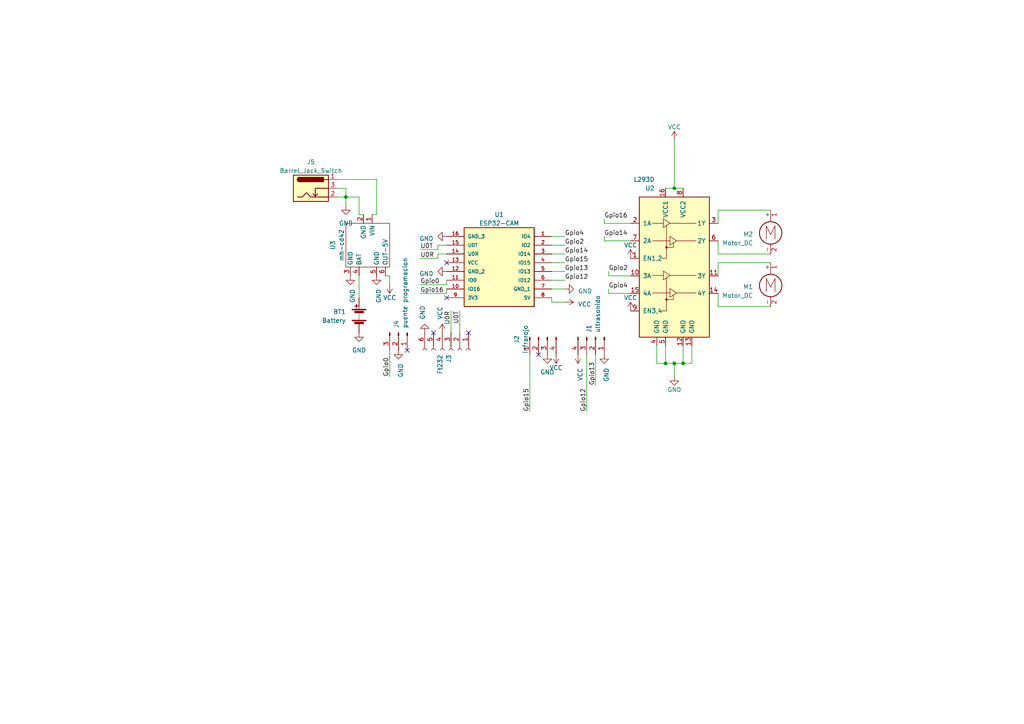
<source format=kicad_sch>
(kicad_sch (version 20230121) (generator eeschema)

  (uuid 224c6727-29f8-4586-ad0c-64fb3ce01c13)

  (paper "A4")

  (lib_symbols
    (symbol "Connector:Barrel_Jack_Switch" (pin_names hide) (in_bom yes) (on_board yes)
      (property "Reference" "J5" (at 0 7.62 0)
        (effects (font (size 1.27 1.27)))
      )
      (property "Value" "Barrel_Jack_Switch" (at 0 5.08 0)
        (effects (font (size 1.27 1.27)))
      )
      (property "Footprint" "" (at 1.27 -1.016 0)
        (effects (font (size 1.27 1.27)) hide)
      )
      (property "Datasheet" "~" (at 1.27 -1.016 0)
        (effects (font (size 1.27 1.27)) hide)
      )
      (property "ki_keywords" "DC power barrel jack connector" (at 0 0 0)
        (effects (font (size 1.27 1.27)) hide)
      )
      (property "ki_description" "DC Barrel Jack with an internal switch" (at 0 0 0)
        (effects (font (size 1.27 1.27)) hide)
      )
      (property "ki_fp_filters" "BarrelJack*" (at 0 0 0)
        (effects (font (size 1.27 1.27)) hide)
      )
      (symbol "Barrel_Jack_Switch_0_1"
        (rectangle (start -5.08 3.81) (end 5.08 -3.81)
          (stroke (width 0.254) (type default))
          (fill (type background))
        )
        (arc (start -3.302 3.175) (mid -3.9343 2.54) (end -3.302 1.905)
          (stroke (width 0.254) (type default))
          (fill (type none))
        )
        (arc (start -3.302 3.175) (mid -3.9343 2.54) (end -3.302 1.905)
          (stroke (width 0.254) (type default))
          (fill (type outline))
        )
        (polyline
          (pts
            (xy 1.27 -2.286)
            (xy 1.905 -1.651)
          )
          (stroke (width 0.254) (type default))
          (fill (type none))
        )
        (polyline
          (pts
            (xy 5.08 2.54)
            (xy 3.81 2.54)
          )
          (stroke (width 0.254) (type default))
          (fill (type none))
        )
        (polyline
          (pts
            (xy 5.08 0)
            (xy 1.27 0)
            (xy 1.27 -2.286)
            (xy 0.635 -1.651)
          )
          (stroke (width 0.254) (type default))
          (fill (type none))
        )
        (polyline
          (pts
            (xy -3.81 -2.54)
            (xy -2.54 -2.54)
            (xy -1.27 -1.27)
            (xy 0 -2.54)
            (xy 2.54 -2.54)
            (xy 5.08 -2.54)
          )
          (stroke (width 0.254) (type default))
          (fill (type none))
        )
        (rectangle (start 3.683 3.175) (end -3.302 1.905)
          (stroke (width 0.254) (type default))
          (fill (type outline))
        )
      )
      (symbol "Barrel_Jack_Switch_1_1"
        (pin power_out line (at 7.62 2.54 180) (length 2.54)
          (name "~" (effects (font (size 1.27 1.27))))
          (number "1" (effects (font (size 1.27 1.27))))
        )
        (pin power_in line (at 7.62 -2.54 180) (length 2.54)
          (name "~" (effects (font (size 1.27 1.27))))
          (number "2" (effects (font (size 1.27 1.27))))
        )
        (pin passive line (at 7.62 0 180) (length 2.54)
          (name "~" (effects (font (size 1.27 1.27))))
          (number "3" (effects (font (size 1.27 1.27))))
        )
      )
    )
    (symbol "Connector:Conn_01x03_Pin" (pin_names (offset 1.016) hide) (in_bom yes) (on_board yes)
      (property "Reference" "J" (at 0 5.08 0)
        (effects (font (size 1.27 1.27)))
      )
      (property "Value" "Conn_01x03_Pin" (at 0 -5.08 0)
        (effects (font (size 1.27 1.27)))
      )
      (property "Footprint" "" (at 0 0 0)
        (effects (font (size 1.27 1.27)) hide)
      )
      (property "Datasheet" "~" (at 0 0 0)
        (effects (font (size 1.27 1.27)) hide)
      )
      (property "ki_locked" "" (at 0 0 0)
        (effects (font (size 1.27 1.27)))
      )
      (property "ki_keywords" "connector" (at 0 0 0)
        (effects (font (size 1.27 1.27)) hide)
      )
      (property "ki_description" "Generic connector, single row, 01x03, script generated" (at 0 0 0)
        (effects (font (size 1.27 1.27)) hide)
      )
      (property "ki_fp_filters" "Connector*:*_1x??_*" (at 0 0 0)
        (effects (font (size 1.27 1.27)) hide)
      )
      (symbol "Conn_01x03_Pin_1_1"
        (polyline
          (pts
            (xy 1.27 -2.54)
            (xy 0.8636 -2.54)
          )
          (stroke (width 0.1524) (type default))
          (fill (type none))
        )
        (polyline
          (pts
            (xy 1.27 0)
            (xy 0.8636 0)
          )
          (stroke (width 0.1524) (type default))
          (fill (type none))
        )
        (polyline
          (pts
            (xy 1.27 2.54)
            (xy 0.8636 2.54)
          )
          (stroke (width 0.1524) (type default))
          (fill (type none))
        )
        (rectangle (start 0.8636 -2.413) (end 0 -2.667)
          (stroke (width 0.1524) (type default))
          (fill (type outline))
        )
        (rectangle (start 0.8636 0.127) (end 0 -0.127)
          (stroke (width 0.1524) (type default))
          (fill (type outline))
        )
        (rectangle (start 0.8636 2.667) (end 0 2.413)
          (stroke (width 0.1524) (type default))
          (fill (type outline))
        )
        (pin passive line (at 5.08 2.54 180) (length 3.81)
          (name "Pin_1" (effects (font (size 1.27 1.27))))
          (number "1" (effects (font (size 1.27 1.27))))
        )
        (pin passive line (at 5.08 0 180) (length 3.81)
          (name "Pin_2" (effects (font (size 1.27 1.27))))
          (number "2" (effects (font (size 1.27 1.27))))
        )
        (pin passive line (at 5.08 -2.54 180) (length 3.81)
          (name "Pin_3" (effects (font (size 1.27 1.27))))
          (number "3" (effects (font (size 1.27 1.27))))
        )
      )
    )
    (symbol "Connector:Conn_01x04_Pin" (pin_names (offset 1.016) hide) (in_bom yes) (on_board yes)
      (property "Reference" "J" (at 0 5.08 0)
        (effects (font (size 1.27 1.27)))
      )
      (property "Value" "Conn_01x04_Pin" (at 0 -7.62 0)
        (effects (font (size 1.27 1.27)))
      )
      (property "Footprint" "" (at 0 0 0)
        (effects (font (size 1.27 1.27)) hide)
      )
      (property "Datasheet" "~" (at 0 0 0)
        (effects (font (size 1.27 1.27)) hide)
      )
      (property "ki_locked" "" (at 0 0 0)
        (effects (font (size 1.27 1.27)))
      )
      (property "ki_keywords" "connector" (at 0 0 0)
        (effects (font (size 1.27 1.27)) hide)
      )
      (property "ki_description" "Generic connector, single row, 01x04, script generated" (at 0 0 0)
        (effects (font (size 1.27 1.27)) hide)
      )
      (property "ki_fp_filters" "Connector*:*_1x??_*" (at 0 0 0)
        (effects (font (size 1.27 1.27)) hide)
      )
      (symbol "Conn_01x04_Pin_1_1"
        (polyline
          (pts
            (xy 1.27 -5.08)
            (xy 0.8636 -5.08)
          )
          (stroke (width 0.1524) (type default))
          (fill (type none))
        )
        (polyline
          (pts
            (xy 1.27 -2.54)
            (xy 0.8636 -2.54)
          )
          (stroke (width 0.1524) (type default))
          (fill (type none))
        )
        (polyline
          (pts
            (xy 1.27 0)
            (xy 0.8636 0)
          )
          (stroke (width 0.1524) (type default))
          (fill (type none))
        )
        (polyline
          (pts
            (xy 1.27 2.54)
            (xy 0.8636 2.54)
          )
          (stroke (width 0.1524) (type default))
          (fill (type none))
        )
        (rectangle (start 0.8636 -4.953) (end 0 -5.207)
          (stroke (width 0.1524) (type default))
          (fill (type outline))
        )
        (rectangle (start 0.8636 -2.413) (end 0 -2.667)
          (stroke (width 0.1524) (type default))
          (fill (type outline))
        )
        (rectangle (start 0.8636 0.127) (end 0 -0.127)
          (stroke (width 0.1524) (type default))
          (fill (type outline))
        )
        (rectangle (start 0.8636 2.667) (end 0 2.413)
          (stroke (width 0.1524) (type default))
          (fill (type outline))
        )
        (pin passive line (at 5.08 2.54 180) (length 3.81)
          (name "Pin_1" (effects (font (size 1.27 1.27))))
          (number "1" (effects (font (size 1.27 1.27))))
        )
        (pin passive line (at 5.08 0 180) (length 3.81)
          (name "Pin_2" (effects (font (size 1.27 1.27))))
          (number "2" (effects (font (size 1.27 1.27))))
        )
        (pin passive line (at 5.08 -2.54 180) (length 3.81)
          (name "Pin_3" (effects (font (size 1.27 1.27))))
          (number "3" (effects (font (size 1.27 1.27))))
        )
        (pin passive line (at 5.08 -5.08 180) (length 3.81)
          (name "Pin_4" (effects (font (size 1.27 1.27))))
          (number "4" (effects (font (size 1.27 1.27))))
        )
      )
    )
    (symbol "Connector:Conn_01x06_Socket" (pin_names (offset 1.016) hide) (in_bom yes) (on_board yes)
      (property "Reference" "J" (at 0 7.62 0)
        (effects (font (size 1.27 1.27)))
      )
      (property "Value" "Conn_01x06_Socket" (at 0 -10.16 0)
        (effects (font (size 1.27 1.27)))
      )
      (property "Footprint" "" (at 0 0 0)
        (effects (font (size 1.27 1.27)) hide)
      )
      (property "Datasheet" "~" (at 0 0 0)
        (effects (font (size 1.27 1.27)) hide)
      )
      (property "ki_locked" "" (at 0 0 0)
        (effects (font (size 1.27 1.27)))
      )
      (property "ki_keywords" "connector" (at 0 0 0)
        (effects (font (size 1.27 1.27)) hide)
      )
      (property "ki_description" "Generic connector, single row, 01x06, script generated" (at 0 0 0)
        (effects (font (size 1.27 1.27)) hide)
      )
      (property "ki_fp_filters" "Connector*:*_1x??_*" (at 0 0 0)
        (effects (font (size 1.27 1.27)) hide)
      )
      (symbol "Conn_01x06_Socket_1_1"
        (arc (start 0 -7.112) (mid -0.5058 -7.62) (end 0 -8.128)
          (stroke (width 0.1524) (type default))
          (fill (type none))
        )
        (arc (start 0 -4.572) (mid -0.5058 -5.08) (end 0 -5.588)
          (stroke (width 0.1524) (type default))
          (fill (type none))
        )
        (arc (start 0 -2.032) (mid -0.5058 -2.54) (end 0 -3.048)
          (stroke (width 0.1524) (type default))
          (fill (type none))
        )
        (polyline
          (pts
            (xy -1.27 -7.62)
            (xy -0.508 -7.62)
          )
          (stroke (width 0.1524) (type default))
          (fill (type none))
        )
        (polyline
          (pts
            (xy -1.27 -5.08)
            (xy -0.508 -5.08)
          )
          (stroke (width 0.1524) (type default))
          (fill (type none))
        )
        (polyline
          (pts
            (xy -1.27 -2.54)
            (xy -0.508 -2.54)
          )
          (stroke (width 0.1524) (type default))
          (fill (type none))
        )
        (polyline
          (pts
            (xy -1.27 0)
            (xy -0.508 0)
          )
          (stroke (width 0.1524) (type default))
          (fill (type none))
        )
        (polyline
          (pts
            (xy -1.27 2.54)
            (xy -0.508 2.54)
          )
          (stroke (width 0.1524) (type default))
          (fill (type none))
        )
        (polyline
          (pts
            (xy -1.27 5.08)
            (xy -0.508 5.08)
          )
          (stroke (width 0.1524) (type default))
          (fill (type none))
        )
        (arc (start 0 0.508) (mid -0.5058 0) (end 0 -0.508)
          (stroke (width 0.1524) (type default))
          (fill (type none))
        )
        (arc (start 0 3.048) (mid -0.5058 2.54) (end 0 2.032)
          (stroke (width 0.1524) (type default))
          (fill (type none))
        )
        (arc (start 0 5.588) (mid -0.5058 5.08) (end 0 4.572)
          (stroke (width 0.1524) (type default))
          (fill (type none))
        )
        (pin passive line (at -5.08 5.08 0) (length 3.81)
          (name "Pin_1" (effects (font (size 1.27 1.27))))
          (number "1" (effects (font (size 1.27 1.27))))
        )
        (pin passive line (at -5.08 2.54 0) (length 3.81)
          (name "Pin_2" (effects (font (size 1.27 1.27))))
          (number "2" (effects (font (size 1.27 1.27))))
        )
        (pin passive line (at -5.08 0 0) (length 3.81)
          (name "Pin_3" (effects (font (size 1.27 1.27))))
          (number "3" (effects (font (size 1.27 1.27))))
        )
        (pin passive line (at -5.08 -2.54 0) (length 3.81)
          (name "Pin_4" (effects (font (size 1.27 1.27))))
          (number "4" (effects (font (size 1.27 1.27))))
        )
        (pin passive line (at -5.08 -5.08 0) (length 3.81)
          (name "Pin_5" (effects (font (size 1.27 1.27))))
          (number "5" (effects (font (size 1.27 1.27))))
        )
        (pin passive line (at -5.08 -7.62 0) (length 3.81)
          (name "Pin_6" (effects (font (size 1.27 1.27))))
          (number "6" (effects (font (size 1.27 1.27))))
        )
      )
    )
    (symbol "Device:Battery" (pin_numbers hide) (pin_names (offset 0) hide) (in_bom yes) (on_board yes)
      (property "Reference" "BT" (at 2.54 2.54 0)
        (effects (font (size 1.27 1.27)) (justify left))
      )
      (property "Value" "Battery" (at 2.54 0 0)
        (effects (font (size 1.27 1.27)) (justify left))
      )
      (property "Footprint" "" (at 0 1.524 90)
        (effects (font (size 1.27 1.27)) hide)
      )
      (property "Datasheet" "~" (at 0 1.524 90)
        (effects (font (size 1.27 1.27)) hide)
      )
      (property "ki_keywords" "batt voltage-source cell" (at 0 0 0)
        (effects (font (size 1.27 1.27)) hide)
      )
      (property "ki_description" "Multiple-cell battery" (at 0 0 0)
        (effects (font (size 1.27 1.27)) hide)
      )
      (symbol "Battery_0_1"
        (rectangle (start -2.032 -1.397) (end 2.032 -1.651)
          (stroke (width 0) (type default))
          (fill (type outline))
        )
        (rectangle (start -2.032 1.778) (end 2.032 1.524)
          (stroke (width 0) (type default))
          (fill (type outline))
        )
        (rectangle (start -1.3208 -1.9812) (end 1.27 -2.4892)
          (stroke (width 0) (type default))
          (fill (type outline))
        )
        (rectangle (start -1.3208 1.1938) (end 1.27 0.6858)
          (stroke (width 0) (type default))
          (fill (type outline))
        )
        (polyline
          (pts
            (xy 0 -1.524)
            (xy 0 -1.27)
          )
          (stroke (width 0) (type default))
          (fill (type none))
        )
        (polyline
          (pts
            (xy 0 -1.016)
            (xy 0 -0.762)
          )
          (stroke (width 0) (type default))
          (fill (type none))
        )
        (polyline
          (pts
            (xy 0 -0.508)
            (xy 0 -0.254)
          )
          (stroke (width 0) (type default))
          (fill (type none))
        )
        (polyline
          (pts
            (xy 0 0)
            (xy 0 0.254)
          )
          (stroke (width 0) (type default))
          (fill (type none))
        )
        (polyline
          (pts
            (xy 0 0.508)
            (xy 0 0.762)
          )
          (stroke (width 0) (type default))
          (fill (type none))
        )
        (polyline
          (pts
            (xy 0 1.778)
            (xy 0 2.54)
          )
          (stroke (width 0) (type default))
          (fill (type none))
        )
        (polyline
          (pts
            (xy 0.254 2.667)
            (xy 1.27 2.667)
          )
          (stroke (width 0.254) (type default))
          (fill (type none))
        )
        (polyline
          (pts
            (xy 0.762 3.175)
            (xy 0.762 2.159)
          )
          (stroke (width 0.254) (type default))
          (fill (type none))
        )
      )
      (symbol "Battery_1_1"
        (pin passive line (at 0 5.08 270) (length 2.54)
          (name "+" (effects (font (size 1.27 1.27))))
          (number "1" (effects (font (size 1.27 1.27))))
        )
        (pin passive line (at 0 -5.08 90) (length 2.54)
          (name "-" (effects (font (size 1.27 1.27))))
          (number "2" (effects (font (size 1.27 1.27))))
        )
      )
    )
    (symbol "Driver_Motor:L293D" (pin_names (offset 1.016)) (in_bom yes) (on_board yes)
      (property "Reference" "U" (at -5.08 26.035 0)
        (effects (font (size 1.27 1.27)) (justify right))
      )
      (property "Value" "L293D" (at -5.08 24.13 0)
        (effects (font (size 1.27 1.27)) (justify right))
      )
      (property "Footprint" "Package_DIP:DIP-16_W7.62mm" (at 6.35 -19.05 0)
        (effects (font (size 1.27 1.27)) (justify left) hide)
      )
      (property "Datasheet" "http://www.ti.com/lit/ds/symlink/l293.pdf" (at -7.62 17.78 0)
        (effects (font (size 1.27 1.27)) hide)
      )
      (property "ki_keywords" "Half-H Driver Motor" (at 0 0 0)
        (effects (font (size 1.27 1.27)) hide)
      )
      (property "ki_description" "Quadruple Half-H Drivers" (at 0 0 0)
        (effects (font (size 1.27 1.27)) hide)
      )
      (property "ki_fp_filters" "DIP*W7.62mm*" (at 0 0 0)
        (effects (font (size 1.27 1.27)) hide)
      )
      (symbol "L293D_0_1"
        (rectangle (start -10.16 22.86) (end 10.16 -17.78)
          (stroke (width 0.254) (type default))
          (fill (type background))
        )
        (circle (center -2.286 -6.858) (radius 0.254)
          (stroke (width 0) (type default))
          (fill (type outline))
        )
        (circle (center -2.286 8.255) (radius 0.254)
          (stroke (width 0) (type default))
          (fill (type outline))
        )
        (polyline
          (pts
            (xy -6.35 -4.953)
            (xy -1.27 -4.953)
          )
          (stroke (width 0) (type default))
          (fill (type none))
        )
        (polyline
          (pts
            (xy -6.35 0.127)
            (xy -3.175 0.127)
          )
          (stroke (width 0) (type default))
          (fill (type none))
        )
        (polyline
          (pts
            (xy -6.35 10.16)
            (xy -1.27 10.16)
          )
          (stroke (width 0) (type default))
          (fill (type none))
        )
        (polyline
          (pts
            (xy -6.35 15.24)
            (xy -3.175 15.24)
          )
          (stroke (width 0) (type default))
          (fill (type none))
        )
        (polyline
          (pts
            (xy -1.27 0.127)
            (xy 6.35 0.127)
          )
          (stroke (width 0) (type default))
          (fill (type none))
        )
        (polyline
          (pts
            (xy -1.27 15.24)
            (xy 6.35 15.24)
          )
          (stroke (width 0) (type default))
          (fill (type none))
        )
        (polyline
          (pts
            (xy 0.635 -4.953)
            (xy 6.35 -4.953)
          )
          (stroke (width 0) (type default))
          (fill (type none))
        )
        (polyline
          (pts
            (xy 0.635 10.16)
            (xy 6.35 10.16)
          )
          (stroke (width 0) (type default))
          (fill (type none))
        )
        (polyline
          (pts
            (xy -2.286 -6.858)
            (xy -0.254 -6.858)
            (xy -0.254 -5.588)
          )
          (stroke (width 0) (type default))
          (fill (type none))
        )
        (polyline
          (pts
            (xy -2.286 -0.635)
            (xy -2.286 -10.16)
            (xy -3.556 -10.16)
          )
          (stroke (width 0) (type default))
          (fill (type none))
        )
        (polyline
          (pts
            (xy -2.286 8.255)
            (xy -0.254 8.255)
            (xy -0.254 9.525)
          )
          (stroke (width 0) (type default))
          (fill (type none))
        )
        (polyline
          (pts
            (xy -2.286 14.478)
            (xy -2.286 5.08)
            (xy -3.556 5.08)
          )
          (stroke (width 0) (type default))
          (fill (type none))
        )
        (polyline
          (pts
            (xy -3.175 1.397)
            (xy -3.175 -1.143)
            (xy -1.27 0.127)
            (xy -3.175 1.397)
          )
          (stroke (width 0) (type default))
          (fill (type none))
        )
        (polyline
          (pts
            (xy -3.175 16.51)
            (xy -3.175 13.97)
            (xy -1.27 15.24)
            (xy -3.175 16.51)
          )
          (stroke (width 0) (type default))
          (fill (type none))
        )
        (polyline
          (pts
            (xy -1.27 -3.683)
            (xy -1.27 -6.223)
            (xy 0.635 -4.953)
            (xy -1.27 -3.683)
          )
          (stroke (width 0) (type default))
          (fill (type none))
        )
        (polyline
          (pts
            (xy -1.27 11.43)
            (xy -1.27 8.89)
            (xy 0.635 10.16)
            (xy -1.27 11.43)
          )
          (stroke (width 0) (type default))
          (fill (type none))
        )
      )
      (symbol "L293D_1_1"
        (pin input line (at -12.7 5.08 0) (length 2.54)
          (name "EN1,2" (effects (font (size 1.27 1.27))))
          (number "1" (effects (font (size 1.27 1.27))))
        )
        (pin input line (at -12.7 0 0) (length 2.54)
          (name "3A" (effects (font (size 1.27 1.27))))
          (number "10" (effects (font (size 1.27 1.27))))
        )
        (pin output line (at 12.7 0 180) (length 2.54)
          (name "3Y" (effects (font (size 1.27 1.27))))
          (number "11" (effects (font (size 1.27 1.27))))
        )
        (pin power_in line (at 2.54 -20.32 90) (length 2.54)
          (name "GND" (effects (font (size 1.27 1.27))))
          (number "12" (effects (font (size 1.27 1.27))))
        )
        (pin power_in line (at 5.08 -20.32 90) (length 2.54)
          (name "GND" (effects (font (size 1.27 1.27))))
          (number "13" (effects (font (size 1.27 1.27))))
        )
        (pin output line (at 12.7 -5.08 180) (length 2.54)
          (name "4Y" (effects (font (size 1.27 1.27))))
          (number "14" (effects (font (size 1.27 1.27))))
        )
        (pin input line (at -12.7 -5.08 0) (length 2.54)
          (name "4A" (effects (font (size 1.27 1.27))))
          (number "15" (effects (font (size 1.27 1.27))))
        )
        (pin power_in line (at -2.54 25.4 270) (length 2.54)
          (name "VCC1" (effects (font (size 1.27 1.27))))
          (number "16" (effects (font (size 1.27 1.27))))
        )
        (pin input line (at -12.7 15.24 0) (length 2.54)
          (name "1A" (effects (font (size 1.27 1.27))))
          (number "2" (effects (font (size 1.27 1.27))))
        )
        (pin output line (at 12.7 15.24 180) (length 2.54)
          (name "1Y" (effects (font (size 1.27 1.27))))
          (number "3" (effects (font (size 1.27 1.27))))
        )
        (pin power_in line (at -5.08 -20.32 90) (length 2.54)
          (name "GND" (effects (font (size 1.27 1.27))))
          (number "4" (effects (font (size 1.27 1.27))))
        )
        (pin power_in line (at -2.54 -20.32 90) (length 2.54)
          (name "GND" (effects (font (size 1.27 1.27))))
          (number "5" (effects (font (size 1.27 1.27))))
        )
        (pin output line (at 12.7 10.16 180) (length 2.54)
          (name "2Y" (effects (font (size 1.27 1.27))))
          (number "6" (effects (font (size 1.27 1.27))))
        )
        (pin input line (at -12.7 10.16 0) (length 2.54)
          (name "2A" (effects (font (size 1.27 1.27))))
          (number "7" (effects (font (size 1.27 1.27))))
        )
        (pin power_in line (at 2.54 25.4 270) (length 2.54)
          (name "VCC2" (effects (font (size 1.27 1.27))))
          (number "8" (effects (font (size 1.27 1.27))))
        )
        (pin input line (at -12.7 -10.16 0) (length 2.54)
          (name "EN3,4" (effects (font (size 1.27 1.27))))
          (number "9" (effects (font (size 1.27 1.27))))
        )
      )
    )
    (symbol "ESP32-CAM:ESP32-CAM" (pin_names (offset 1.016)) (in_bom yes) (on_board yes)
      (property "Reference" "U1" (at 15.24 -24.13 0)
        (effects (font (size 1.27 1.27)))
      )
      (property "Value" "ESP32-CAM" (at 15.24 -21.59 0)
        (effects (font (size 1.27 1.27)))
      )
      (property "Footprint" "ESP32-CAM" (at 13.97 2.54 0)
        (effects (font (size 1.27 1.27)) (justify left bottom) hide)
      )
      (property "Datasheet" "" (at 0 0 0)
        (effects (font (size 1.27 1.27)) (justify left bottom) hide)
      )
      (property "MP" "ESP32-CAM" (at -5.08 2.54 0)
        (effects (font (size 1.27 1.27)) (justify left bottom) hide)
      )
      (property "Price" "None" (at 0 0 0)
        (effects (font (size 1.27 1.27)) (justify left bottom) hide)
      )
      (property "Availability" "Not in stock" (at 0 11.43 0)
        (effects (font (size 1.27 1.27)) (justify left bottom) hide)
      )
      (property "Package" "None" (at 0 0 0)
        (effects (font (size 1.27 1.27)) (justify left bottom) hide)
      )
      (property "MF" "AI-Thinker" (at 6.35 5.08 0)
        (effects (font (size 1.27 1.27)) (justify left bottom) hide)
      )
      (property "Description" "\\nESP32 ESP32 Transceiver; 802.11 a/b/g/n (Wi-Fi, WiFi, WLAN), Bluetooth® Smart 4.x Low Energy (BLE) Evaluation Board\\n" (at 0 7.62 0)
        (effects (font (size 1.27 1.27)) (justify left bottom) hide)
      )
      (property "ki_locked" "" (at 0 0 0)
        (effects (font (size 1.27 1.27)))
      )
      (symbol "ESP32-CAM_0_0"
        (polyline
          (pts
            (xy 5.08 2.54)
            (xy 5.08 -20.32)
          )
          (stroke (width 0.254) (type solid))
          (fill (type none))
        )
        (rectangle (start 5.08 2.54) (end 25.4 -20.32)
          (stroke (width 0.254) (type solid))
          (fill (type background))
        )
        (pin bidirectional line (at 0 -17.78 0) (length 5.08)
          (name "IO4" (effects (font (size 1.016 1.016))))
          (number "1" (effects (font (size 1.016 1.016))))
        )
        (pin bidirectional line (at 30.48 -2.54 180) (length 5.08)
          (name "IO16" (effects (font (size 1.016 1.016))))
          (number "10" (effects (font (size 1.016 1.016))))
        )
        (pin bidirectional line (at 30.48 -5.08 180) (length 5.08)
          (name "IO0" (effects (font (size 1.016 1.016))))
          (number "11" (effects (font (size 1.016 1.016))))
        )
        (pin bidirectional line (at 30.48 -7.62 180) (length 5.08)
          (name "GND_2" (effects (font (size 1.016 1.016))))
          (number "12" (effects (font (size 1.016 1.016))))
        )
        (pin bidirectional line (at 30.48 -10.16 180) (length 5.08)
          (name "VCC" (effects (font (size 1.016 1.016))))
          (number "13" (effects (font (size 1.016 1.016))))
        )
        (pin bidirectional line (at 30.48 -12.7 180) (length 5.08)
          (name "U0R" (effects (font (size 1.016 1.016))))
          (number "14" (effects (font (size 1.016 1.016))))
        )
        (pin bidirectional line (at 30.48 -15.24 180) (length 5.08)
          (name "U0T" (effects (font (size 1.016 1.016))))
          (number "15" (effects (font (size 1.016 1.016))))
        )
        (pin bidirectional line (at 30.48 -17.78 180) (length 5.08)
          (name "GND_3" (effects (font (size 1.016 1.016))))
          (number "16" (effects (font (size 1.016 1.016))))
        )
        (pin bidirectional line (at 0 -15.24 0) (length 5.08)
          (name "IO2" (effects (font (size 1.016 1.016))))
          (number "2" (effects (font (size 1.016 1.016))))
        )
        (pin bidirectional line (at 0 -12.7 0) (length 5.08)
          (name "IO14" (effects (font (size 1.016 1.016))))
          (number "3" (effects (font (size 1.016 1.016))))
        )
        (pin bidirectional line (at 0 -10.16 0) (length 5.08)
          (name "IO15" (effects (font (size 1.016 1.016))))
          (number "4" (effects (font (size 1.016 1.016))))
        )
        (pin bidirectional line (at 0 -7.62 0) (length 5.08)
          (name "IO13" (effects (font (size 1.016 1.016))))
          (number "5" (effects (font (size 1.016 1.016))))
        )
        (pin bidirectional line (at 0 -5.08 0) (length 5.08)
          (name "IO12" (effects (font (size 1.016 1.016))))
          (number "6" (effects (font (size 1.016 1.016))))
        )
        (pin bidirectional line (at 0 -2.54 0) (length 5.08)
          (name "GND_1" (effects (font (size 1.016 1.016))))
          (number "7" (effects (font (size 1.016 1.016))))
        )
        (pin bidirectional line (at 30.48 0 180) (length 5.08)
          (name "3V3" (effects (font (size 1.016 1.016))))
          (number "9" (effects (font (size 1.016 1.016))))
        )
      )
      (symbol "ESP32-CAM_1_0"
        (pin power_in line (at 0 0 0) (length 5.08)
          (name "5V" (effects (font (size 1.016 1.016))))
          (number "8" (effects (font (size 1.016 1.016))))
        )
      )
    )
    (symbol "Motor:Motor_DC" (pin_names (offset 0)) (in_bom yes) (on_board yes)
      (property "Reference" "M" (at 2.54 2.54 0)
        (effects (font (size 1.27 1.27)) (justify left))
      )
      (property "Value" "Motor_DC" (at 2.54 -5.08 0)
        (effects (font (size 1.27 1.27)) (justify left top))
      )
      (property "Footprint" "" (at 0 -2.286 0)
        (effects (font (size 1.27 1.27)) hide)
      )
      (property "Datasheet" "~" (at 0 -2.286 0)
        (effects (font (size 1.27 1.27)) hide)
      )
      (property "ki_keywords" "DC Motor" (at 0 0 0)
        (effects (font (size 1.27 1.27)) hide)
      )
      (property "ki_description" "DC Motor" (at 0 0 0)
        (effects (font (size 1.27 1.27)) hide)
      )
      (property "ki_fp_filters" "PinHeader*P2.54mm* TerminalBlock*" (at 0 0 0)
        (effects (font (size 1.27 1.27)) hide)
      )
      (symbol "Motor_DC_0_0"
        (polyline
          (pts
            (xy -1.27 -3.302)
            (xy -1.27 0.508)
            (xy 0 -2.032)
            (xy 1.27 0.508)
            (xy 1.27 -3.302)
          )
          (stroke (width 0) (type default))
          (fill (type none))
        )
      )
      (symbol "Motor_DC_0_1"
        (circle (center 0 -1.524) (radius 3.2512)
          (stroke (width 0.254) (type default))
          (fill (type none))
        )
        (polyline
          (pts
            (xy 0 -7.62)
            (xy 0 -7.112)
          )
          (stroke (width 0) (type default))
          (fill (type none))
        )
        (polyline
          (pts
            (xy 0 -4.7752)
            (xy 0 -5.1816)
          )
          (stroke (width 0) (type default))
          (fill (type none))
        )
        (polyline
          (pts
            (xy 0 1.7272)
            (xy 0 2.0828)
          )
          (stroke (width 0) (type default))
          (fill (type none))
        )
        (polyline
          (pts
            (xy 0 2.032)
            (xy 0 2.54)
          )
          (stroke (width 0) (type default))
          (fill (type none))
        )
      )
      (symbol "Motor_DC_1_1"
        (pin passive line (at 0 5.08 270) (length 2.54)
          (name "+" (effects (font (size 1.27 1.27))))
          (number "1" (effects (font (size 1.27 1.27))))
        )
        (pin passive line (at 0 -7.62 90) (length 2.54)
          (name "-" (effects (font (size 1.27 1.27))))
          (number "2" (effects (font (size 1.27 1.27))))
        )
      )
    )
    (symbol "cd42:mh-cd42" (in_bom yes) (on_board yes)
      (property "Reference" "U" (at 0 7.62 0)
        (effects (font (size 1.27 1.27)))
      )
      (property "Value" "mh-cd42" (at 0 -7.62 0)
        (effects (font (size 1.27 1.27)))
      )
      (property "Footprint" "" (at -1.27 5.08 0)
        (effects (font (size 1.27 1.27)) hide)
      )
      (property "Datasheet" "" (at -1.27 5.08 0)
        (effects (font (size 1.27 1.27)) hide)
      )
      (symbol "mh-cd42_0_1"
        (rectangle (start -6.35 6.35) (end 6.35 -6.35)
          (stroke (width 0) (type default))
          (fill (type none))
        )
      )
      (symbol "mh-cd42_1_1"
        (pin power_in line (at -8.89 1.27 0) (length 2.54)
          (name "VIN" (effects (font (size 1.27 1.27))))
          (number "1" (effects (font (size 1.27 1.27))))
        )
        (pin passive line (at -8.89 -1.27 0) (length 2.54)
          (name "GND" (effects (font (size 1.27 1.27))))
          (number "2" (effects (font (size 1.27 1.27))))
        )
        (pin passive line (at 8.89 -5.08 180) (length 2.54)
          (name "GND" (effects (font (size 1.27 1.27))))
          (number "3" (effects (font (size 1.27 1.27))))
        )
        (pin passive line (at 8.89 -2.54 180) (length 2.54)
          (name "BAT" (effects (font (size 1.27 1.27))))
          (number "4" (effects (font (size 1.27 1.27))))
        )
        (pin passive line (at 8.89 2.54 180) (length 2.54)
          (name "GND" (effects (font (size 1.27 1.27))))
          (number "5" (effects (font (size 1.27 1.27))))
        )
        (pin power_out line (at 8.89 5.08 180) (length 2.54)
          (name "OUT-5V" (effects (font (size 1.27 1.27))))
          (number "6" (effects (font (size 1.27 1.27))))
        )
      )
    )
    (symbol "power:GND" (power) (pin_names (offset 0)) (in_bom yes) (on_board yes)
      (property "Reference" "#PWR" (at 0 -6.35 0)
        (effects (font (size 1.27 1.27)) hide)
      )
      (property "Value" "GND" (at 0 -3.81 0)
        (effects (font (size 1.27 1.27)))
      )
      (property "Footprint" "" (at 0 0 0)
        (effects (font (size 1.27 1.27)) hide)
      )
      (property "Datasheet" "" (at 0 0 0)
        (effects (font (size 1.27 1.27)) hide)
      )
      (property "ki_keywords" "global power" (at 0 0 0)
        (effects (font (size 1.27 1.27)) hide)
      )
      (property "ki_description" "Power symbol creates a global label with name \"GND\" , ground" (at 0 0 0)
        (effects (font (size 1.27 1.27)) hide)
      )
      (symbol "GND_0_1"
        (polyline
          (pts
            (xy 0 0)
            (xy 0 -1.27)
            (xy 1.27 -1.27)
            (xy 0 -2.54)
            (xy -1.27 -1.27)
            (xy 0 -1.27)
          )
          (stroke (width 0) (type default))
          (fill (type none))
        )
      )
      (symbol "GND_1_1"
        (pin power_in line (at 0 0 270) (length 0) hide
          (name "GND" (effects (font (size 1.27 1.27))))
          (number "1" (effects (font (size 1.27 1.27))))
        )
      )
    )
    (symbol "power:VCC" (power) (pin_names (offset 0)) (in_bom yes) (on_board yes)
      (property "Reference" "#PWR" (at 0 -3.81 0)
        (effects (font (size 1.27 1.27)) hide)
      )
      (property "Value" "VCC" (at 0 3.81 0)
        (effects (font (size 1.27 1.27)))
      )
      (property "Footprint" "" (at 0 0 0)
        (effects (font (size 1.27 1.27)) hide)
      )
      (property "Datasheet" "" (at 0 0 0)
        (effects (font (size 1.27 1.27)) hide)
      )
      (property "ki_keywords" "global power" (at 0 0 0)
        (effects (font (size 1.27 1.27)) hide)
      )
      (property "ki_description" "Power symbol creates a global label with name \"VCC\"" (at 0 0 0)
        (effects (font (size 1.27 1.27)) hide)
      )
      (symbol "VCC_0_1"
        (polyline
          (pts
            (xy -0.762 1.27)
            (xy 0 2.54)
          )
          (stroke (width 0) (type default))
          (fill (type none))
        )
        (polyline
          (pts
            (xy 0 0)
            (xy 0 2.54)
          )
          (stroke (width 0) (type default))
          (fill (type none))
        )
        (polyline
          (pts
            (xy 0 2.54)
            (xy 0.762 1.27)
          )
          (stroke (width 0) (type default))
          (fill (type none))
        )
      )
      (symbol "VCC_1_1"
        (pin power_in line (at 0 0 90) (length 0) hide
          (name "VCC" (effects (font (size 1.27 1.27))))
          (number "1" (effects (font (size 1.27 1.27))))
        )
      )
    )
  )


  (junction (at 100.33 57.15) (diameter 0) (color 0 0 0 0)
    (uuid 2833089f-9560-43d4-9f33-ca32d43e6410)
  )
  (junction (at 198.12 105.41) (diameter 0) (color 0 0 0 0)
    (uuid 44bd657e-541a-408b-b6a2-41d2497ed68e)
  )
  (junction (at 195.58 54.61) (diameter 0) (color 0 0 0 0)
    (uuid 478850a2-fd8e-49ab-bc5e-04cc9687aa03)
  )
  (junction (at 195.58 105.41) (diameter 0) (color 0 0 0 0)
    (uuid b8826ea6-cbd8-4f3e-bcfa-95818031d9fe)
  )
  (junction (at 193.04 105.41) (diameter 0) (color 0 0 0 0)
    (uuid bf8469fa-704a-41cf-8472-9238f7c8cbc5)
  )

  (no_connect (at 129.54 76.2) (uuid 09ebb999-3a8f-467d-9a2e-1806f694533d))
  (no_connect (at 156.21 102.87) (uuid 0cad3d07-217e-4ae5-90bb-228656671583))
  (no_connect (at 118.11 101.6) (uuid 3d1f8336-9a0c-4c84-b654-45d70f4d497b))
  (no_connect (at 129.54 86.36) (uuid c468b68c-73fd-40db-b3b2-180685dee514))
  (no_connect (at 125.73 96.52) (uuid c87f1ef1-b9c1-4c6c-8e97-1623932db785))
  (no_connect (at 135.89 96.52) (uuid ea7e6c12-e787-44a5-bb6e-e07e7f6d071a))

  (wire (pts (xy 130.81 90.17) (xy 130.81 96.52))
    (stroke (width 0) (type default))
    (uuid 04ef66ab-eff2-41d5-a7cb-06ca28862c0f)
  )
  (wire (pts (xy 208.28 73.66) (xy 208.28 69.85))
    (stroke (width 0) (type default))
    (uuid 056d3bcc-f8e2-4996-9ce0-d83175ba7d79)
  )
  (wire (pts (xy 193.04 100.33) (xy 193.04 105.41))
    (stroke (width 0) (type default))
    (uuid 0633e447-762d-47ef-94e8-2ccd642ff4ef)
  )
  (wire (pts (xy 176.53 80.01) (xy 182.88 80.01))
    (stroke (width 0) (type default))
    (uuid 19c3b578-fe6f-4900-8ecf-1a1793cd7f7f)
  )
  (wire (pts (xy 160.02 76.2) (xy 163.83 76.2))
    (stroke (width 0) (type default))
    (uuid 1c6b7baa-51ea-466f-ba78-0d537464d0dd)
  )
  (wire (pts (xy 200.66 105.41) (xy 200.66 100.33))
    (stroke (width 0) (type default))
    (uuid 1d132e95-2225-429d-94bb-acb464e715b5)
  )
  (wire (pts (xy 190.5 105.41) (xy 193.04 105.41))
    (stroke (width 0) (type default))
    (uuid 1d159b85-26c0-4b83-a904-facac6ad225d)
  )
  (wire (pts (xy 113.03 80.01) (xy 111.76 80.01))
    (stroke (width 0) (type default))
    (uuid 1e53da3f-258a-4480-b380-49b18fb23407)
  )
  (wire (pts (xy 223.52 88.9) (xy 208.28 88.9))
    (stroke (width 0) (type default))
    (uuid 1e8b377b-d3ec-48f2-9f75-bfb6372f1029)
  )
  (wire (pts (xy 104.14 86.36) (xy 104.14 80.01))
    (stroke (width 0) (type default))
    (uuid 24345750-631d-4499-b697-6b441b51431b)
  )
  (wire (pts (xy 160.02 83.82) (xy 163.83 83.82))
    (stroke (width 0) (type default))
    (uuid 248f95b3-6f6a-44c6-ae9c-8edc4c9aa667)
  )
  (wire (pts (xy 160.02 86.36) (xy 160.02 87.63))
    (stroke (width 0) (type default))
    (uuid 2f540ff8-5ce8-4def-a85e-48965a554e49)
  )
  (wire (pts (xy 129.54 85.09) (xy 129.54 83.82))
    (stroke (width 0) (type default))
    (uuid 31980328-90eb-483c-ab57-25ee2d8345cc)
  )
  (wire (pts (xy 127 71.12) (xy 129.54 71.12))
    (stroke (width 0) (type default))
    (uuid 37a1a425-3f42-4ca6-a46f-c748d2deb8fa)
  )
  (wire (pts (xy 97.79 54.61) (xy 100.33 54.61))
    (stroke (width 0) (type default))
    (uuid 38275359-1520-4523-8e7d-c6fc0362dcec)
  )
  (wire (pts (xy 109.22 52.07) (xy 109.22 62.23))
    (stroke (width 0) (type default))
    (uuid 3cc9b475-7250-4740-a2a1-85fb2b0bdd4b)
  )
  (wire (pts (xy 198.12 100.33) (xy 198.12 105.41))
    (stroke (width 0) (type default))
    (uuid 40c3838a-c9af-4e98-8e9a-0af1042ed675)
  )
  (wire (pts (xy 170.18 119.38) (xy 170.18 102.87))
    (stroke (width 0) (type default))
    (uuid 40d27c4d-d717-465d-862c-db060c64d46a)
  )
  (wire (pts (xy 129.54 73.66) (xy 127 73.66))
    (stroke (width 0) (type default))
    (uuid 4ac989d5-cede-47d1-a9eb-5b47c84420ec)
  )
  (wire (pts (xy 127 72.39) (xy 127 71.12))
    (stroke (width 0) (type default))
    (uuid 4ba049bf-a69a-4ec1-be7b-86cf128e2970)
  )
  (wire (pts (xy 176.53 78.74) (xy 176.53 80.01))
    (stroke (width 0) (type default))
    (uuid 4f84a112-dbbe-4820-b59d-ff6927674247)
  )
  (wire (pts (xy 160.02 71.12) (xy 163.83 71.12))
    (stroke (width 0) (type default))
    (uuid 508b7206-e22c-4305-9ac2-8dc646c72b6e)
  )
  (wire (pts (xy 107.95 62.23) (xy 109.22 62.23))
    (stroke (width 0) (type default))
    (uuid 5591d4d7-d1b4-4692-9fc1-96a1c286f233)
  )
  (wire (pts (xy 198.12 105.41) (xy 200.66 105.41))
    (stroke (width 0) (type default))
    (uuid 5774494f-95e6-4c6f-a29b-1967fcce7012)
  )
  (wire (pts (xy 208.28 60.96) (xy 208.28 64.77))
    (stroke (width 0) (type default))
    (uuid 5a3d47fa-2f4c-42cc-983e-0e876120d5f6)
  )
  (wire (pts (xy 160.02 68.58) (xy 163.83 68.58))
    (stroke (width 0) (type default))
    (uuid 5f034d36-0367-4ef5-8fd8-5414ea355de8)
  )
  (wire (pts (xy 100.33 57.15) (xy 97.79 57.15))
    (stroke (width 0) (type default))
    (uuid 6019ad96-de93-448a-9b52-f78d6552fda8)
  )
  (wire (pts (xy 176.53 83.82) (xy 176.53 85.09))
    (stroke (width 0) (type default))
    (uuid 6176cc49-0e58-4774-adee-0d8d96643298)
  )
  (wire (pts (xy 97.79 52.07) (xy 109.22 52.07))
    (stroke (width 0) (type default))
    (uuid 64699f4c-8ac6-4cae-a1ba-e758ee1ebddd)
  )
  (wire (pts (xy 195.58 54.61) (xy 193.04 54.61))
    (stroke (width 0) (type default))
    (uuid 6616199d-b3db-45bc-b745-71e293ff96cc)
  )
  (wire (pts (xy 176.53 85.09) (xy 182.88 85.09))
    (stroke (width 0) (type default))
    (uuid 68d69e77-a99a-450a-b7d1-421c61735d74)
  )
  (wire (pts (xy 121.92 72.39) (xy 127 72.39))
    (stroke (width 0) (type default))
    (uuid 72f6b862-6f30-4833-b11d-cb5ef0a4306d)
  )
  (wire (pts (xy 208.28 76.2) (xy 208.28 80.01))
    (stroke (width 0) (type default))
    (uuid 792a838a-d8d6-48a1-a479-e8312fb2e99e)
  )
  (wire (pts (xy 175.26 64.77) (xy 182.88 64.77))
    (stroke (width 0) (type default))
    (uuid 7a9f740c-a38b-44a4-abb0-b0b04a6653b6)
  )
  (wire (pts (xy 195.58 40.64) (xy 195.58 54.61))
    (stroke (width 0) (type default))
    (uuid 7d682642-cbbc-4115-a8e1-f804e83fe138)
  )
  (wire (pts (xy 129.54 82.55) (xy 121.92 82.55))
    (stroke (width 0) (type default))
    (uuid 7ef92465-3194-4e30-8845-8bfef46fd093)
  )
  (wire (pts (xy 127 74.93) (xy 121.92 74.93))
    (stroke (width 0) (type default))
    (uuid 81303734-0157-414c-87b9-706942fd22f0)
  )
  (wire (pts (xy 172.72 111.76) (xy 172.72 102.87))
    (stroke (width 0) (type default))
    (uuid 8940c74d-92ee-40eb-ac5d-612bb72c27f5)
  )
  (wire (pts (xy 127 73.66) (xy 127 74.93))
    (stroke (width 0) (type default))
    (uuid 9095a311-6db2-4df2-93f6-b74ac8f4fc17)
  )
  (wire (pts (xy 160.02 87.63) (xy 163.83 87.63))
    (stroke (width 0) (type default))
    (uuid 93bba22f-0343-43d1-80b9-aed567d583b7)
  )
  (wire (pts (xy 193.04 105.41) (xy 195.58 105.41))
    (stroke (width 0) (type default))
    (uuid 97a67f47-807c-408e-9b31-9de60831e82e)
  )
  (wire (pts (xy 100.33 57.15) (xy 104.14 57.15))
    (stroke (width 0) (type default))
    (uuid 9ad0db78-9384-4940-9899-795ab146c54c)
  )
  (wire (pts (xy 195.58 105.41) (xy 195.58 109.22))
    (stroke (width 0) (type default))
    (uuid 9ae49aa1-87eb-4453-b2e7-2117aaaaf76b)
  )
  (wire (pts (xy 175.26 69.85) (xy 182.88 69.85))
    (stroke (width 0) (type default))
    (uuid 9fa0140e-d969-475c-8c02-4cbe9a7c054b)
  )
  (wire (pts (xy 190.5 100.33) (xy 190.5 105.41))
    (stroke (width 0) (type default))
    (uuid a3e10867-3a00-48f0-bc4b-6c7d07ac0946)
  )
  (wire (pts (xy 223.52 76.2) (xy 208.28 76.2))
    (stroke (width 0) (type default))
    (uuid a64aa7ac-a7fd-455c-9b08-ec4e45d7da11)
  )
  (wire (pts (xy 133.35 90.17) (xy 133.35 96.52))
    (stroke (width 0) (type default))
    (uuid a8d3af06-d0d3-4195-83d8-8a0b0ad51df8)
  )
  (wire (pts (xy 223.52 60.96) (xy 208.28 60.96))
    (stroke (width 0) (type default))
    (uuid ad6ff04c-b907-43e1-9bad-d5be44ff1220)
  )
  (wire (pts (xy 100.33 57.15) (xy 100.33 59.69))
    (stroke (width 0) (type default))
    (uuid ae01eb4b-85e2-4dbd-989c-3d1c5e225791)
  )
  (wire (pts (xy 223.52 73.66) (xy 208.28 73.66))
    (stroke (width 0) (type default))
    (uuid af50017f-5ab2-4b8a-a066-f48838811aa0)
  )
  (wire (pts (xy 129.54 81.28) (xy 129.54 82.55))
    (stroke (width 0) (type default))
    (uuid b5df4856-1ad4-4303-b6c2-4135a8c82031)
  )
  (wire (pts (xy 175.26 63.5) (xy 175.26 64.77))
    (stroke (width 0) (type default))
    (uuid c2e88cbe-357c-4948-b136-dbfd6ac88f09)
  )
  (wire (pts (xy 195.58 105.41) (xy 198.12 105.41))
    (stroke (width 0) (type default))
    (uuid cc038a3b-48a4-4527-aaae-0e01a30596b5)
  )
  (wire (pts (xy 160.02 81.28) (xy 163.83 81.28))
    (stroke (width 0) (type default))
    (uuid cd2dfd14-4fbc-431d-8825-fd2a7dc44bda)
  )
  (wire (pts (xy 113.03 109.22) (xy 113.03 101.6))
    (stroke (width 0) (type default))
    (uuid d4f71109-2af4-4f26-b273-e9a098084b64)
  )
  (wire (pts (xy 104.14 62.23) (xy 105.41 62.23))
    (stroke (width 0) (type default))
    (uuid e125c920-62a3-4b6d-9adf-e3da7aa001bd)
  )
  (wire (pts (xy 113.03 82.55) (xy 113.03 80.01))
    (stroke (width 0) (type default))
    (uuid e1368436-edb1-4705-849c-f735a3ca69e6)
  )
  (wire (pts (xy 153.67 102.87) (xy 153.67 119.38))
    (stroke (width 0) (type default))
    (uuid e2bfa4b2-81f3-4e35-bc4e-2d4e94cf9a10)
  )
  (wire (pts (xy 160.02 78.74) (xy 163.83 78.74))
    (stroke (width 0) (type default))
    (uuid e4a47f9b-85b1-49e7-ad54-a28543e34340)
  )
  (wire (pts (xy 198.12 54.61) (xy 195.58 54.61))
    (stroke (width 0) (type default))
    (uuid e9fb7046-8caa-4923-90e3-d52a87b13ca3)
  )
  (wire (pts (xy 104.14 57.15) (xy 104.14 62.23))
    (stroke (width 0) (type default))
    (uuid ec1c1127-eef2-4391-9ac0-5943221a7912)
  )
  (wire (pts (xy 121.92 85.09) (xy 129.54 85.09))
    (stroke (width 0) (type default))
    (uuid ee5a39b5-6ed8-4cd8-ab81-4b7a3c9de8bf)
  )
  (wire (pts (xy 175.26 68.58) (xy 175.26 69.85))
    (stroke (width 0) (type default))
    (uuid f54d0230-c9be-43e8-9883-01773cac682d)
  )
  (wire (pts (xy 208.28 88.9) (xy 208.28 85.09))
    (stroke (width 0) (type default))
    (uuid f6b967af-1b52-492a-8ebd-cbda381125da)
  )
  (wire (pts (xy 160.02 73.66) (xy 163.83 73.66))
    (stroke (width 0) (type default))
    (uuid f8006342-9512-4718-b2ef-ee410d6c8fa9)
  )
  (wire (pts (xy 100.33 54.61) (xy 100.33 57.15))
    (stroke (width 0) (type default))
    (uuid fe2f921a-fd96-4cfc-aa19-279ff00d98d6)
  )

  (label "U0T" (at 133.35 90.17 270) (fields_autoplaced)
    (effects (font (size 1.27 1.27)) (justify right bottom))
    (uuid 03afa9e7-f08d-4309-90c7-a8d0694a783c)
  )
  (label "Gpio2" (at 163.83 71.12 0) (fields_autoplaced)
    (effects (font (size 1.27 1.27)) (justify left bottom))
    (uuid 3aa0ee23-e39d-451a-8151-8120da8e6e49)
  )
  (label "Gpio2" (at 176.53 78.74 0) (fields_autoplaced)
    (effects (font (size 1.27 1.27)) (justify left bottom))
    (uuid 6ba30a41-0526-40b0-9f3c-a645191070f8)
  )
  (label "Gpio4" (at 163.83 68.58 0) (fields_autoplaced)
    (effects (font (size 1.27 1.27)) (justify left bottom))
    (uuid 6f734172-9531-471f-b586-789013a23834)
  )
  (label "Gpio15" (at 163.83 76.2 0) (fields_autoplaced)
    (effects (font (size 1.27 1.27)) (justify left bottom))
    (uuid 768baa5d-cd01-4768-8ba9-12d5fad397b3)
  )
  (label "U0T" (at 121.92 72.39 0) (fields_autoplaced)
    (effects (font (size 1.27 1.27)) (justify left bottom))
    (uuid 7b1a5f31-6870-4539-9177-c6385a29c560)
  )
  (label "Gpio12" (at 170.18 119.38 90) (fields_autoplaced)
    (effects (font (size 1.27 1.27)) (justify left bottom))
    (uuid 8176da04-04a8-4634-a5c0-e1c99c5a2173)
  )
  (label "Gpio13" (at 163.83 78.74 0) (fields_autoplaced)
    (effects (font (size 1.27 1.27)) (justify left bottom))
    (uuid 92389ed9-854c-45f4-bffe-2d791671f26d)
  )
  (label "U0R" (at 130.81 90.17 270) (fields_autoplaced)
    (effects (font (size 1.27 1.27)) (justify right bottom))
    (uuid a8ab5461-7998-4c6a-a2cd-1aa513f00b27)
  )
  (label "Gpio12" (at 163.83 81.28 0) (fields_autoplaced)
    (effects (font (size 1.27 1.27)) (justify left bottom))
    (uuid abe6fa9f-357b-4eea-960b-52bd79251790)
  )
  (label "Gpio14" (at 175.26 68.58 0) (fields_autoplaced)
    (effects (font (size 1.27 1.27)) (justify left bottom))
    (uuid ba93e4ae-d90b-423d-bc2c-a0c54bd1cf92)
  )
  (label "U0R" (at 121.92 74.93 0) (fields_autoplaced)
    (effects (font (size 1.27 1.27)) (justify left bottom))
    (uuid bbee64ba-5188-4d33-aa76-4d8f53a4a365)
  )
  (label "Gpio14" (at 163.83 73.66 0) (fields_autoplaced)
    (effects (font (size 1.27 1.27)) (justify left bottom))
    (uuid cccfe332-6546-4423-98cc-ba1d47355657)
  )
  (label "Gpio15" (at 153.67 119.38 90) (fields_autoplaced)
    (effects (font (size 1.27 1.27)) (justify left bottom))
    (uuid ce494acf-5feb-4d68-a9d7-a3c6c2ed5a89)
  )
  (label "Gpio4" (at 176.53 83.82 0) (fields_autoplaced)
    (effects (font (size 1.27 1.27)) (justify left bottom))
    (uuid cf4f8a1d-bb61-4755-8ec2-85f90789745d)
  )
  (label "Gpio0" (at 113.03 109.22 90) (fields_autoplaced)
    (effects (font (size 1.27 1.27)) (justify left bottom))
    (uuid da751495-52b2-4819-8627-dcdb5024479b)
  )
  (label "Gpio16" (at 121.92 85.09 0) (fields_autoplaced)
    (effects (font (size 1.27 1.27)) (justify left bottom))
    (uuid e1ab0ec7-6769-4f9d-81e7-a29cf1070a1c)
  )
  (label "Gpio16" (at 175.26 63.5 0) (fields_autoplaced)
    (effects (font (size 1.27 1.27)) (justify left bottom))
    (uuid ee6b0b75-4a68-42a7-9850-142bd282e09c)
  )
  (label "Gpio0" (at 121.92 82.55 0) (fields_autoplaced)
    (effects (font (size 1.27 1.27)) (justify left bottom))
    (uuid f5e97960-45cf-49f5-babe-62898b2f0ef0)
  )
  (label "Gpio13" (at 172.72 111.76 90) (fields_autoplaced)
    (effects (font (size 1.27 1.27)) (justify left bottom))
    (uuid fcc56225-2b35-4be9-9fd7-cb9433060343)
  )

  (symbol (lib_id "Connector:Conn_01x04_Pin") (at 172.72 97.79 270) (unit 1)
    (in_bom yes) (on_board yes) (dnp no) (fields_autoplaced)
    (uuid 103b3a7e-669a-4f9b-9101-eb3e9720423d)
    (property "Reference" "J1" (at 170.815 96.52 0)
      (effects (font (size 1.27 1.27)) (justify right))
    )
    (property "Value" "ultrasonido" (at 173.355 96.52 0)
      (effects (font (size 1.27 1.27)) (justify right))
    )
    (property "Footprint" "" (at 172.72 97.79 0)
      (effects (font (size 1.27 1.27)) hide)
    )
    (property "Datasheet" "~" (at 172.72 97.79 0)
      (effects (font (size 1.27 1.27)) hide)
    )
    (pin "1" (uuid ee6f230f-c4e7-46a4-ad5e-c7ba08a76f9b))
    (pin "2" (uuid 1a2ee3b6-d961-4ade-a903-2b1ea773a1fa))
    (pin "3" (uuid 9050726f-3f34-4955-9900-41ba62b482e6))
    (pin "4" (uuid 922ba59c-8414-4333-8c46-cae2d5f5d60d))
    (instances
      (project "Esquematico Explorer-bot"
        (path "/224c6727-29f8-4586-ad0c-64fb3ce01c13"
          (reference "J1") (unit 1)
        )
      )
    )
  )

  (symbol (lib_id "power:GND") (at 129.54 68.58 270) (unit 1)
    (in_bom yes) (on_board yes) (dnp no) (fields_autoplaced)
    (uuid 1ba32c32-2e6d-41f6-9cda-1d48e044d9cf)
    (property "Reference" "#PWR015" (at 123.19 68.58 0)
      (effects (font (size 1.27 1.27)) hide)
    )
    (property "Value" "GND" (at 125.73 69.215 90)
      (effects (font (size 1.27 1.27)) (justify right))
    )
    (property "Footprint" "" (at 129.54 68.58 0)
      (effects (font (size 1.27 1.27)) hide)
    )
    (property "Datasheet" "" (at 129.54 68.58 0)
      (effects (font (size 1.27 1.27)) hide)
    )
    (pin "1" (uuid 30e82672-32f0-4c80-8285-52c05aad1afe))
    (instances
      (project "Esquematico Explorer-bot"
        (path "/224c6727-29f8-4586-ad0c-64fb3ce01c13"
          (reference "#PWR015") (unit 1)
        )
      )
    )
  )

  (symbol (lib_id "power:VCC") (at 113.03 82.55 0) (mirror x) (unit 1)
    (in_bom yes) (on_board yes) (dnp no)
    (uuid 20f432a7-6577-404c-85a4-88e45edd4644)
    (property "Reference" "#PWR018" (at 113.03 78.74 0)
      (effects (font (size 1.27 1.27)) hide)
    )
    (property "Value" "VCC" (at 113.03 86.36 0)
      (effects (font (size 1.27 1.27)))
    )
    (property "Footprint" "" (at 113.03 82.55 0)
      (effects (font (size 1.27 1.27)) hide)
    )
    (property "Datasheet" "" (at 113.03 82.55 0)
      (effects (font (size 1.27 1.27)) hide)
    )
    (pin "1" (uuid c6fd9e68-9cea-4334-9a04-7e1bf5fccf1d))
    (instances
      (project "Esquematico Explorer-bot"
        (path "/224c6727-29f8-4586-ad0c-64fb3ce01c13"
          (reference "#PWR018") (unit 1)
        )
      )
    )
  )

  (symbol (lib_id "power:GND") (at 101.6 80.01 0) (unit 1)
    (in_bom yes) (on_board yes) (dnp no) (fields_autoplaced)
    (uuid 26d22323-f224-4d12-ae60-74493386ac67)
    (property "Reference" "#PWR05" (at 101.6 86.36 0)
      (effects (font (size 1.27 1.27)) hide)
    )
    (property "Value" "GND" (at 102.235 83.82 90)
      (effects (font (size 1.27 1.27)) (justify right))
    )
    (property "Footprint" "" (at 101.6 80.01 0)
      (effects (font (size 1.27 1.27)) hide)
    )
    (property "Datasheet" "" (at 101.6 80.01 0)
      (effects (font (size 1.27 1.27)) hide)
    )
    (pin "1" (uuid 3c11527b-42dc-4f82-a3ed-577a3eb90cf4))
    (instances
      (project "Esquematico Explorer-bot"
        (path "/224c6727-29f8-4586-ad0c-64fb3ce01c13"
          (reference "#PWR05") (unit 1)
        )
      )
    )
  )

  (symbol (lib_id "power:VCC") (at 182.88 90.17 0) (unit 1)
    (in_bom yes) (on_board yes) (dnp no) (fields_autoplaced)
    (uuid 2c263c8a-33df-4ebc-b45e-ce0df7479d44)
    (property "Reference" "#PWR04" (at 182.88 93.98 0)
      (effects (font (size 1.27 1.27)) hide)
    )
    (property "Value" "VCC" (at 182.88 86.36 0)
      (effects (font (size 1.27 1.27)))
    )
    (property "Footprint" "" (at 182.88 90.17 0)
      (effects (font (size 1.27 1.27)) hide)
    )
    (property "Datasheet" "" (at 182.88 90.17 0)
      (effects (font (size 1.27 1.27)) hide)
    )
    (pin "1" (uuid 3f17cff9-d594-4cd2-a2d6-140e298681a0))
    (instances
      (project "Esquematico Explorer-bot"
        (path "/224c6727-29f8-4586-ad0c-64fb3ce01c13"
          (reference "#PWR04") (unit 1)
        )
      )
    )
  )

  (symbol (lib_id "power:VCC") (at 182.88 74.93 0) (unit 1)
    (in_bom yes) (on_board yes) (dnp no) (fields_autoplaced)
    (uuid 498e0e18-7540-46b6-8eca-a64bb73cac56)
    (property "Reference" "#PWR016" (at 182.88 78.74 0)
      (effects (font (size 1.27 1.27)) hide)
    )
    (property "Value" "VCC" (at 182.88 71.12 0)
      (effects (font (size 1.27 1.27)))
    )
    (property "Footprint" "" (at 182.88 74.93 0)
      (effects (font (size 1.27 1.27)) hide)
    )
    (property "Datasheet" "" (at 182.88 74.93 0)
      (effects (font (size 1.27 1.27)) hide)
    )
    (pin "1" (uuid 59d73ac7-2d3f-43e0-a381-a043a8ed45f3))
    (instances
      (project "Esquematico Explorer-bot"
        (path "/224c6727-29f8-4586-ad0c-64fb3ce01c13"
          (reference "#PWR016") (unit 1)
        )
      )
    )
  )

  (symbol (lib_id "Connector:Conn_01x06_Socket") (at 130.81 101.6 270) (unit 1)
    (in_bom yes) (on_board yes) (dnp no) (fields_autoplaced)
    (uuid 49a777c1-0136-4928-9afb-91588bd7b189)
    (property "Reference" "J3" (at 130.175 102.87 0)
      (effects (font (size 1.27 1.27)) (justify left))
    )
    (property "Value" "Ft232" (at 127.635 102.87 0)
      (effects (font (size 1.27 1.27)) (justify left))
    )
    (property "Footprint" "" (at 130.81 101.6 0)
      (effects (font (size 1.27 1.27)) hide)
    )
    (property "Datasheet" "~" (at 130.81 101.6 0)
      (effects (font (size 1.27 1.27)) hide)
    )
    (pin "1" (uuid 21332f17-d9b0-4742-ac46-fbc42269ed80))
    (pin "2" (uuid ee022789-cc39-4c29-9cfa-a5256676cf82))
    (pin "3" (uuid ed5018b7-c076-411e-97d6-77837f069414))
    (pin "4" (uuid 9f47c843-76ff-40b6-8da4-9e61cb338f8a))
    (pin "5" (uuid cd7d2678-1a27-4006-b252-984cb22666c0))
    (pin "6" (uuid fe061c09-3f9e-4754-aac0-fb25f77a036b))
    (instances
      (project "Esquematico Explorer-bot"
        (path "/224c6727-29f8-4586-ad0c-64fb3ce01c13"
          (reference "J3") (unit 1)
        )
      )
    )
  )

  (symbol (lib_id "Motor:Motor_DC") (at 223.52 81.28 0) (mirror y) (unit 1)
    (in_bom yes) (on_board yes) (dnp no)
    (uuid 52a6f9f8-039f-4a3e-8be5-f89b192f658f)
    (property "Reference" "M1" (at 218.44 83.185 0)
      (effects (font (size 1.27 1.27)) (justify left))
    )
    (property "Value" "Motor_DC" (at 218.44 85.725 0)
      (effects (font (size 1.27 1.27)) (justify left))
    )
    (property "Footprint" "" (at 223.52 83.566 0)
      (effects (font (size 1.27 1.27)) hide)
    )
    (property "Datasheet" "~" (at 223.52 83.566 0)
      (effects (font (size 1.27 1.27)) hide)
    )
    (pin "1" (uuid 2ad3276f-6ff5-48f8-bd37-1b1b181538f1))
    (pin "2" (uuid 52e0cbe1-3f76-4548-948a-af6ba916ef5a))
    (instances
      (project "Esquematico Explorer-bot"
        (path "/224c6727-29f8-4586-ad0c-64fb3ce01c13"
          (reference "M1") (unit 1)
        )
      )
    )
  )

  (symbol (lib_id "power:VCC") (at 161.29 102.87 0) (mirror x) (unit 1)
    (in_bom yes) (on_board yes) (dnp no)
    (uuid 58fa4350-96c9-47df-8469-90506444ed34)
    (property "Reference" "#PWR09" (at 161.29 99.06 0)
      (effects (font (size 1.27 1.27)) hide)
    )
    (property "Value" "VCC" (at 161.29 106.68 0)
      (effects (font (size 1.27 1.27)))
    )
    (property "Footprint" "" (at 161.29 102.87 0)
      (effects (font (size 1.27 1.27)) hide)
    )
    (property "Datasheet" "" (at 161.29 102.87 0)
      (effects (font (size 1.27 1.27)) hide)
    )
    (pin "1" (uuid ad41aa3d-4cd5-49fa-b045-68dbbacc7129))
    (instances
      (project "Esquematico Explorer-bot"
        (path "/224c6727-29f8-4586-ad0c-64fb3ce01c13"
          (reference "#PWR09") (unit 1)
        )
      )
    )
  )

  (symbol (lib_id "Device:Battery") (at 104.14 91.44 0) (mirror y) (unit 1)
    (in_bom yes) (on_board yes) (dnp no)
    (uuid 5f195363-7ae0-4248-b089-960ee9f1c3ed)
    (property "Reference" "BT1" (at 100.33 90.424 0)
      (effects (font (size 1.27 1.27)) (justify left))
    )
    (property "Value" "Battery" (at 100.33 92.964 0)
      (effects (font (size 1.27 1.27)) (justify left))
    )
    (property "Footprint" "Battery:BatteryHolder_Keystone_1042_1x18650" (at 104.14 89.916 90)
      (effects (font (size 1.27 1.27)) hide)
    )
    (property "Datasheet" "~" (at 104.14 89.916 90)
      (effects (font (size 1.27 1.27)) hide)
    )
    (pin "1" (uuid 2e37eac4-a901-4d7e-b872-cae87b4c18d6))
    (pin "2" (uuid 03928d6b-6f83-440e-8c87-ff214ebbc98b))
    (instances
      (project "Esquematico Explorer-bot"
        (path "/224c6727-29f8-4586-ad0c-64fb3ce01c13"
          (reference "BT1") (unit 1)
        )
      )
    )
  )

  (symbol (lib_id "power:VCC") (at 128.27 96.52 0) (unit 1)
    (in_bom yes) (on_board yes) (dnp no) (fields_autoplaced)
    (uuid 6cfe4bda-0604-4298-a602-289c10deb9b1)
    (property "Reference" "#PWR014" (at 128.27 100.33 0)
      (effects (font (size 1.27 1.27)) hide)
    )
    (property "Value" "VCC" (at 127.635 92.71 90)
      (effects (font (size 1.27 1.27)) (justify left))
    )
    (property "Footprint" "" (at 128.27 96.52 0)
      (effects (font (size 1.27 1.27)) hide)
    )
    (property "Datasheet" "" (at 128.27 96.52 0)
      (effects (font (size 1.27 1.27)) hide)
    )
    (pin "1" (uuid 6051c2ef-0f0f-467a-9672-fa1518059baf))
    (instances
      (project "Esquematico Explorer-bot"
        (path "/224c6727-29f8-4586-ad0c-64fb3ce01c13"
          (reference "#PWR014") (unit 1)
        )
      )
    )
  )

  (symbol (lib_id "power:VCC") (at 167.64 102.87 180) (unit 1)
    (in_bom yes) (on_board yes) (dnp no) (fields_autoplaced)
    (uuid 70eed96f-df9d-48ba-a2ae-860c92381fc6)
    (property "Reference" "#PWR012" (at 167.64 99.06 0)
      (effects (font (size 1.27 1.27)) hide)
    )
    (property "Value" "VCC" (at 168.275 106.68 90)
      (effects (font (size 1.27 1.27)) (justify left))
    )
    (property "Footprint" "" (at 167.64 102.87 0)
      (effects (font (size 1.27 1.27)) hide)
    )
    (property "Datasheet" "" (at 167.64 102.87 0)
      (effects (font (size 1.27 1.27)) hide)
    )
    (pin "1" (uuid e7d157fe-297c-4f83-98d6-f124874aa425))
    (instances
      (project "Esquematico Explorer-bot"
        (path "/224c6727-29f8-4586-ad0c-64fb3ce01c13"
          (reference "#PWR012") (unit 1)
        )
      )
    )
  )

  (symbol (lib_id "power:GND") (at 100.33 59.69 0) (unit 1)
    (in_bom yes) (on_board yes) (dnp no) (fields_autoplaced)
    (uuid 884e8e8f-2389-4edc-bed7-4cdc61cd1059)
    (property "Reference" "#PWR020" (at 100.33 66.04 0)
      (effects (font (size 1.27 1.27)) hide)
    )
    (property "Value" "GND" (at 100.33 64.77 0)
      (effects (font (size 1.27 1.27)))
    )
    (property "Footprint" "" (at 100.33 59.69 0)
      (effects (font (size 1.27 1.27)) hide)
    )
    (property "Datasheet" "" (at 100.33 59.69 0)
      (effects (font (size 1.27 1.27)) hide)
    )
    (pin "1" (uuid b34234f1-4828-4c50-8eef-dccb8df238b2))
    (instances
      (project "Esquematico Explorer-bot"
        (path "/224c6727-29f8-4586-ad0c-64fb3ce01c13"
          (reference "#PWR020") (unit 1)
        )
      )
    )
  )

  (symbol (lib_id "ESP32-CAM:ESP32-CAM") (at 160.02 86.36 180) (unit 1)
    (in_bom yes) (on_board yes) (dnp no) (fields_autoplaced)
    (uuid 8c20967a-7f4b-4687-af87-ffa278502e6d)
    (property "Reference" "U1" (at 144.78 62.23 0)
      (effects (font (size 1.27 1.27)))
    )
    (property "Value" "ESP32-CAM" (at 144.78 64.77 0)
      (effects (font (size 1.27 1.27)))
    )
    (property "Footprint" "ESP32-CAM" (at 146.05 88.9 0)
      (effects (font (size 1.27 1.27)) (justify left bottom) hide)
    )
    (property "Datasheet" "" (at 160.02 86.36 0)
      (effects (font (size 1.27 1.27)) (justify left bottom) hide)
    )
    (property "Price" "None" (at 160.02 86.36 0)
      (effects (font (size 1.27 1.27)) (justify left bottom) hide)
    )
    (property "MP" "ESP32-CAM" (at 165.1 88.9 0)
      (effects (font (size 1.27 1.27)) (justify left bottom) hide)
    )
    (property "Availability" "Not in stock" (at 160.02 97.79 0)
      (effects (font (size 1.27 1.27)) (justify left bottom) hide)
    )
    (property "Package" "None" (at 160.02 86.36 0)
      (effects (font (size 1.27 1.27)) (justify left bottom) hide)
    )
    (property "MF" "AI-Thinker" (at 153.67 91.44 0)
      (effects (font (size 1.27 1.27)) (justify left bottom) hide)
    )
    (property "Description" "\\nESP32 ESP32 Transceiver; 802.11 a/b/g/n (Wi-Fi, WiFi, WLAN), Bluetooth® Smart 4.x Low Energy (BLE) Evaluation Board\\n" (at 160.02 93.98 0)
      (effects (font (size 1.27 1.27)) (justify left bottom) hide)
    )
    (pin "1" (uuid 87a1f3b0-4755-42cd-949c-2879f33cce46))
    (pin "10" (uuid 61d67fe0-e775-4cb5-9d85-0ea2cbf1c903))
    (pin "11" (uuid 591505a8-8fef-4df4-9eb9-d06ecdb9c7e3))
    (pin "12" (uuid 6f5c5df1-53e9-45d7-8989-6ae430442359))
    (pin "13" (uuid 62048c45-245d-4bb9-b3eb-9b14de1eb509))
    (pin "14" (uuid 285bc382-9526-487f-a3dc-bd35310ff7c8))
    (pin "15" (uuid e82c80cc-f825-4ab1-ae11-254ff926f770))
    (pin "16" (uuid 965045ef-7265-45fe-9e26-0f0177991be0))
    (pin "2" (uuid 9f0c5ed5-d053-496a-817d-b76113b4d023))
    (pin "3" (uuid 79591956-0710-45e2-93aa-dc47a2cfc750))
    (pin "4" (uuid 9f76ad52-a4dc-4406-b66e-32069d742ba1))
    (pin "5" (uuid a12af05e-f4e7-4957-b0bf-b32f36dd5928))
    (pin "6" (uuid 42fcd786-ab42-4bdb-aa48-7aaf73716120))
    (pin "7" (uuid 8a89b8d0-1e49-4a2c-9a57-6fb1b9d3c7a1))
    (pin "8" (uuid f090098a-0c2c-4809-b247-7fef2addc7a1))
    (pin "9" (uuid e8483617-36eb-4903-aa39-b95936235905))
    (instances
      (project "Esquematico Explorer-bot"
        (path "/224c6727-29f8-4586-ad0c-64fb3ce01c13"
          (reference "U1") (unit 1)
        )
      )
    )
  )

  (symbol (lib_id "power:GND") (at 123.19 96.52 180) (unit 1)
    (in_bom yes) (on_board yes) (dnp no) (fields_autoplaced)
    (uuid 904c0ef2-45bc-4798-8fbd-b5d71fbbcb02)
    (property "Reference" "#PWR013" (at 123.19 90.17 0)
      (effects (font (size 1.27 1.27)) hide)
    )
    (property "Value" "GND" (at 122.555 92.71 90)
      (effects (font (size 1.27 1.27)) (justify right))
    )
    (property "Footprint" "" (at 123.19 96.52 0)
      (effects (font (size 1.27 1.27)) hide)
    )
    (property "Datasheet" "" (at 123.19 96.52 0)
      (effects (font (size 1.27 1.27)) hide)
    )
    (pin "1" (uuid 45234926-f1c0-4dbd-88a7-f53bdc4f7c32))
    (instances
      (project "Esquematico Explorer-bot"
        (path "/224c6727-29f8-4586-ad0c-64fb3ce01c13"
          (reference "#PWR013") (unit 1)
        )
      )
    )
  )

  (symbol (lib_id "power:GND") (at 163.83 83.82 90) (unit 1)
    (in_bom yes) (on_board yes) (dnp no) (fields_autoplaced)
    (uuid 993f4263-bb54-4ddf-99de-3d2b1a6a3ba6)
    (property "Reference" "#PWR06" (at 170.18 83.82 0)
      (effects (font (size 1.27 1.27)) hide)
    )
    (property "Value" "GND" (at 167.64 84.455 90)
      (effects (font (size 1.27 1.27)) (justify right))
    )
    (property "Footprint" "" (at 163.83 83.82 0)
      (effects (font (size 1.27 1.27)) hide)
    )
    (property "Datasheet" "" (at 163.83 83.82 0)
      (effects (font (size 1.27 1.27)) hide)
    )
    (pin "1" (uuid 9928d798-6b1f-4c0b-94ec-f98a65a72cd7))
    (instances
      (project "Esquematico Explorer-bot"
        (path "/224c6727-29f8-4586-ad0c-64fb3ce01c13"
          (reference "#PWR06") (unit 1)
        )
      )
    )
  )

  (symbol (lib_id "power:GND") (at 109.22 80.01 0) (unit 1)
    (in_bom yes) (on_board yes) (dnp no) (fields_autoplaced)
    (uuid a07150b1-ee98-4269-bad3-595addae170c)
    (property "Reference" "#PWR02" (at 109.22 86.36 0)
      (effects (font (size 1.27 1.27)) hide)
    )
    (property "Value" "GND" (at 109.855 83.82 90)
      (effects (font (size 1.27 1.27)) (justify right))
    )
    (property "Footprint" "" (at 109.22 80.01 0)
      (effects (font (size 1.27 1.27)) hide)
    )
    (property "Datasheet" "" (at 109.22 80.01 0)
      (effects (font (size 1.27 1.27)) hide)
    )
    (pin "1" (uuid 52921a9e-5b76-45fc-95b7-4fccd38ee55b))
    (instances
      (project "Esquematico Explorer-bot"
        (path "/224c6727-29f8-4586-ad0c-64fb3ce01c13"
          (reference "#PWR02") (unit 1)
        )
      )
    )
  )

  (symbol (lib_id "power:GND") (at 158.75 102.87 0) (unit 1)
    (in_bom yes) (on_board yes) (dnp no) (fields_autoplaced)
    (uuid a6f5c769-334c-403c-85b5-5a5e86b191bd)
    (property "Reference" "#PWR010" (at 158.75 109.22 0)
      (effects (font (size 1.27 1.27)) hide)
    )
    (property "Value" "GND" (at 158.75 107.95 0)
      (effects (font (size 1.27 1.27)))
    )
    (property "Footprint" "" (at 158.75 102.87 0)
      (effects (font (size 1.27 1.27)) hide)
    )
    (property "Datasheet" "" (at 158.75 102.87 0)
      (effects (font (size 1.27 1.27)) hide)
    )
    (pin "1" (uuid fbdb8c26-d496-4a2f-9416-7614704f8ffa))
    (instances
      (project "Esquematico Explorer-bot"
        (path "/224c6727-29f8-4586-ad0c-64fb3ce01c13"
          (reference "#PWR010") (unit 1)
        )
      )
    )
  )

  (symbol (lib_id "Driver_Motor:L293D") (at 195.58 80.01 0) (unit 1)
    (in_bom yes) (on_board yes) (dnp no) (fields_autoplaced)
    (uuid ab63c99a-e5a1-4071-b345-fd7e5f24e18c)
    (property "Reference" "U2" (at 189.8903 54.61 0)
      (effects (font (size 1.27 1.27)) (justify right))
    )
    (property "Value" "L293D" (at 189.8903 52.07 0)
      (effects (font (size 1.27 1.27)) (justify right))
    )
    (property "Footprint" "Package_DIP:DIP-16_W7.62mm" (at 201.93 99.06 0)
      (effects (font (size 1.27 1.27)) (justify left) hide)
    )
    (property "Datasheet" "http://www.ti.com/lit/ds/symlink/l293.pdf" (at 187.96 62.23 0)
      (effects (font (size 1.27 1.27)) hide)
    )
    (pin "1" (uuid e01f6bbc-6a33-47e5-ab11-2e0344e3c9ea))
    (pin "10" (uuid 8e59ed41-b1f4-40b1-86aa-e5484db168b6))
    (pin "11" (uuid dbf44a3a-e512-4312-a3b7-75f1b11b4dd3))
    (pin "12" (uuid 2707a255-f2b8-419a-95c8-32af58f55974))
    (pin "13" (uuid 9fe77e5d-547e-4552-8695-0beb10b6df89))
    (pin "14" (uuid e1f099b7-93c5-4f3f-ac4b-d2b1cdc40d82))
    (pin "15" (uuid 22f674c3-5d52-421e-af93-c0c43d983367))
    (pin "16" (uuid ea35f5a6-b438-4447-b394-224dd6cd1a12))
    (pin "2" (uuid 02bd8c51-4bfa-4e55-96fd-ad18555febfc))
    (pin "3" (uuid 411651be-9223-43ea-91ae-657e23e0c770))
    (pin "4" (uuid 3fff5750-8356-4140-a102-b9350b20d63e))
    (pin "5" (uuid 85765bf1-febc-46cc-a821-6a64e5efca36))
    (pin "6" (uuid 5cb8c18d-8927-4e0f-8f75-244adbddac82))
    (pin "7" (uuid de09c988-d60e-41f2-aa63-67829ed81a9b))
    (pin "8" (uuid ca189353-7938-4e2c-a1e3-30cfe24f1af0))
    (pin "9" (uuid eddd9732-0263-40e2-a5df-03e243fd5f50))
    (instances
      (project "Esquematico Explorer-bot"
        (path "/224c6727-29f8-4586-ad0c-64fb3ce01c13"
          (reference "U2") (unit 1)
        )
      )
    )
  )

  (symbol (lib_id "Connector:Barrel_Jack_Switch") (at 90.17 54.61 0) (unit 1)
    (in_bom yes) (on_board yes) (dnp no) (fields_autoplaced)
    (uuid ac983bfd-4b2e-4c5f-8211-5a88963e9566)
    (property "Reference" "J5" (at 90.17 46.99 0)
      (effects (font (size 1.27 1.27)))
    )
    (property "Value" "Barrel_Jack_Switch" (at 90.17 49.53 0)
      (effects (font (size 1.27 1.27)))
    )
    (property "Footprint" "" (at 91.44 55.626 0)
      (effects (font (size 1.27 1.27)) hide)
    )
    (property "Datasheet" "~" (at 91.44 55.626 0)
      (effects (font (size 1.27 1.27)) hide)
    )
    (pin "1" (uuid b9a6b3e8-c9c0-4a13-83db-3783e9133abc))
    (pin "2" (uuid 01997e79-a294-4bc8-87eb-85e5f0d2f0b9))
    (pin "3" (uuid a74fb602-0456-490b-a3ca-fbd91512bb89))
    (instances
      (project "Esquematico Explorer-bot"
        (path "/224c6727-29f8-4586-ad0c-64fb3ce01c13"
          (reference "J5") (unit 1)
        )
      )
    )
  )

  (symbol (lib_id "Connector:Conn_01x03_Pin") (at 115.57 96.52 270) (unit 1)
    (in_bom yes) (on_board yes) (dnp no) (fields_autoplaced)
    (uuid b7ddc14b-d0ae-4499-9952-24aab38be56a)
    (property "Reference" "J4" (at 114.935 95.25 0)
      (effects (font (size 1.27 1.27)) (justify right))
    )
    (property "Value" "puente programacion" (at 117.475 95.25 0)
      (effects (font (size 1.27 1.27)) (justify right))
    )
    (property "Footprint" "" (at 115.57 96.52 0)
      (effects (font (size 1.27 1.27)) hide)
    )
    (property "Datasheet" "~" (at 115.57 96.52 0)
      (effects (font (size 1.27 1.27)) hide)
    )
    (pin "1" (uuid 1256478c-fd82-4e86-b480-555321d48d9c))
    (pin "2" (uuid 3d114479-f292-4906-89b4-dfa34d619a73))
    (pin "3" (uuid 575094e2-8391-4c6f-a066-44f0ec921066))
    (instances
      (project "Esquematico Explorer-bot"
        (path "/224c6727-29f8-4586-ad0c-64fb3ce01c13"
          (reference "J4") (unit 1)
        )
      )
    )
  )

  (symbol (lib_id "power:GND") (at 104.14 96.52 0) (unit 1)
    (in_bom yes) (on_board yes) (dnp no) (fields_autoplaced)
    (uuid c358b84b-cd4d-4143-b981-6df376eb9f17)
    (property "Reference" "#PWR03" (at 104.14 102.87 0)
      (effects (font (size 1.27 1.27)) hide)
    )
    (property "Value" "GND" (at 104.14 101.6 0)
      (effects (font (size 1.27 1.27)))
    )
    (property "Footprint" "" (at 104.14 96.52 0)
      (effects (font (size 1.27 1.27)) hide)
    )
    (property "Datasheet" "" (at 104.14 96.52 0)
      (effects (font (size 1.27 1.27)) hide)
    )
    (pin "1" (uuid 974bc619-266c-4729-a6c6-d930b54e998c))
    (instances
      (project "Esquematico Explorer-bot"
        (path "/224c6727-29f8-4586-ad0c-64fb3ce01c13"
          (reference "#PWR03") (unit 1)
        )
      )
    )
  )

  (symbol (lib_id "cd42:mh-cd42") (at 106.68 71.12 270) (unit 1)
    (in_bom yes) (on_board yes) (dnp no)
    (uuid c63c4687-8806-4261-a879-43d593f7d27b)
    (property "Reference" "U3" (at 96.52 71.12 0)
      (effects (font (size 1.27 1.27)))
    )
    (property "Value" "mh-cd42" (at 99.06 71.12 0)
      (effects (font (size 1.27 1.27)))
    )
    (property "Footprint" "" (at 111.76 69.85 0)
      (effects (font (size 1.27 1.27)) hide)
    )
    (property "Datasheet" "" (at 111.76 69.85 0)
      (effects (font (size 1.27 1.27)) hide)
    )
    (pin "1" (uuid e8f22d49-95c2-4d11-9c31-90894a3703c6))
    (pin "2" (uuid e0590d88-9a4c-482a-b0fb-ae1f56b9e1d1))
    (pin "3" (uuid 32bcf0a8-5c33-4e5e-920c-0363df48e3d7))
    (pin "4" (uuid ad4ef6b2-3521-42f5-b737-d2e3115ff29b))
    (pin "5" (uuid 7e08d527-c567-4b8d-99a6-9505e2f9c1d5))
    (pin "6" (uuid 5b3f71df-d595-4dc1-b115-6aa72563959d))
    (instances
      (project "Esquematico Explorer-bot"
        (path "/224c6727-29f8-4586-ad0c-64fb3ce01c13"
          (reference "U3") (unit 1)
        )
      )
    )
  )

  (symbol (lib_id "power:VCC") (at 195.58 40.64 0) (unit 1)
    (in_bom yes) (on_board yes) (dnp no) (fields_autoplaced)
    (uuid d2bcb27f-819b-4fc4-bb83-9b42177ad08c)
    (property "Reference" "#PWR017" (at 195.58 44.45 0)
      (effects (font (size 1.27 1.27)) hide)
    )
    (property "Value" "VCC" (at 195.58 36.83 0)
      (effects (font (size 1.27 1.27)))
    )
    (property "Footprint" "" (at 195.58 40.64 0)
      (effects (font (size 1.27 1.27)) hide)
    )
    (property "Datasheet" "" (at 195.58 40.64 0)
      (effects (font (size 1.27 1.27)) hide)
    )
    (pin "1" (uuid 8856ace7-ee07-42e8-9e71-65d6ee752825))
    (instances
      (project "Esquematico Explorer-bot"
        (path "/224c6727-29f8-4586-ad0c-64fb3ce01c13"
          (reference "#PWR017") (unit 1)
        )
      )
    )
  )

  (symbol (lib_id "power:GND") (at 115.57 101.6 0) (unit 1)
    (in_bom yes) (on_board yes) (dnp no) (fields_autoplaced)
    (uuid dac78666-aefb-4858-b81e-24cf33243b06)
    (property "Reference" "#PWR01" (at 115.57 107.95 0)
      (effects (font (size 1.27 1.27)) hide)
    )
    (property "Value" "GND" (at 116.205 105.41 90)
      (effects (font (size 1.27 1.27)) (justify right))
    )
    (property "Footprint" "" (at 115.57 101.6 0)
      (effects (font (size 1.27 1.27)) hide)
    )
    (property "Datasheet" "" (at 115.57 101.6 0)
      (effects (font (size 1.27 1.27)) hide)
    )
    (pin "1" (uuid 960689ef-2356-44d4-9f27-e6fe44173c7c))
    (instances
      (project "Esquematico Explorer-bot"
        (path "/224c6727-29f8-4586-ad0c-64fb3ce01c13"
          (reference "#PWR01") (unit 1)
        )
      )
    )
  )

  (symbol (lib_id "power:GND") (at 175.26 102.87 0) (unit 1)
    (in_bom yes) (on_board yes) (dnp no) (fields_autoplaced)
    (uuid de90c5db-a1bf-4c1a-b04c-4f960c7f472b)
    (property "Reference" "#PWR011" (at 175.26 109.22 0)
      (effects (font (size 1.27 1.27)) hide)
    )
    (property "Value" "GND" (at 175.895 106.68 90)
      (effects (font (size 1.27 1.27)) (justify right))
    )
    (property "Footprint" "" (at 175.26 102.87 0)
      (effects (font (size 1.27 1.27)) hide)
    )
    (property "Datasheet" "" (at 175.26 102.87 0)
      (effects (font (size 1.27 1.27)) hide)
    )
    (pin "1" (uuid 3b3e8b0f-179f-4f96-a373-27c07bfd2649))
    (instances
      (project "Esquematico Explorer-bot"
        (path "/224c6727-29f8-4586-ad0c-64fb3ce01c13"
          (reference "#PWR011") (unit 1)
        )
      )
    )
  )

  (symbol (lib_id "Connector:Conn_01x04_Pin") (at 156.21 97.79 90) (mirror x) (unit 1)
    (in_bom yes) (on_board yes) (dnp no)
    (uuid ee7e1b54-342d-410b-b157-29f1496fac6e)
    (property "Reference" "J2" (at 149.86 98.425 0)
      (effects (font (size 1.27 1.27)))
    )
    (property "Value" "infrarojo" (at 152.4 98.425 0)
      (effects (font (size 1.27 1.27)))
    )
    (property "Footprint" "" (at 156.21 97.79 0)
      (effects (font (size 1.27 1.27)) hide)
    )
    (property "Datasheet" "~" (at 156.21 97.79 0)
      (effects (font (size 1.27 1.27)) hide)
    )
    (pin "1" (uuid f86c3b88-4242-4aef-8433-1e3d242056d8))
    (pin "2" (uuid ab6bb348-b685-45bc-9029-71a28e86ec7d))
    (pin "3" (uuid 368d0cac-f1d0-4bfa-b072-31917dacca4b))
    (pin "4" (uuid bdb5bd8c-9518-49e1-ab27-838c578d3da4))
    (instances
      (project "Esquematico Explorer-bot"
        (path "/224c6727-29f8-4586-ad0c-64fb3ce01c13"
          (reference "J2") (unit 1)
        )
      )
    )
  )

  (symbol (lib_id "Motor:Motor_DC") (at 223.52 66.04 0) (mirror y) (unit 1)
    (in_bom yes) (on_board yes) (dnp no)
    (uuid f85e02ec-fc07-4d70-9c75-da22fbbeb506)
    (property "Reference" "M2" (at 218.44 67.945 0)
      (effects (font (size 1.27 1.27)) (justify left))
    )
    (property "Value" "Motor_DC" (at 218.44 70.485 0)
      (effects (font (size 1.27 1.27)) (justify left))
    )
    (property "Footprint" "" (at 223.52 68.326 0)
      (effects (font (size 1.27 1.27)) hide)
    )
    (property "Datasheet" "~" (at 223.52 68.326 0)
      (effects (font (size 1.27 1.27)) hide)
    )
    (pin "1" (uuid 6e1f0602-e65f-45c0-b4fa-ba408ea1e31e))
    (pin "2" (uuid c1d2c3dd-0785-41f3-a14e-2c68885d4451))
    (instances
      (project "Esquematico Explorer-bot"
        (path "/224c6727-29f8-4586-ad0c-64fb3ce01c13"
          (reference "M2") (unit 1)
        )
      )
    )
  )

  (symbol (lib_id "power:VCC") (at 163.83 87.63 270) (unit 1)
    (in_bom yes) (on_board yes) (dnp no) (fields_autoplaced)
    (uuid fa4c92ad-0dc8-4ae9-bd55-e3a923626ef6)
    (property "Reference" "#PWR019" (at 160.02 87.63 0)
      (effects (font (size 1.27 1.27)) hide)
    )
    (property "Value" "VCC" (at 167.64 88.265 90)
      (effects (font (size 1.27 1.27)) (justify left))
    )
    (property "Footprint" "" (at 163.83 87.63 0)
      (effects (font (size 1.27 1.27)) hide)
    )
    (property "Datasheet" "" (at 163.83 87.63 0)
      (effects (font (size 1.27 1.27)) hide)
    )
    (pin "1" (uuid 6db65526-ddae-4437-a488-e84a5d024298))
    (instances
      (project "Esquematico Explorer-bot"
        (path "/224c6727-29f8-4586-ad0c-64fb3ce01c13"
          (reference "#PWR019") (unit 1)
        )
      )
    )
  )

  (symbol (lib_id "power:GND") (at 129.54 78.74 270) (unit 1)
    (in_bom yes) (on_board yes) (dnp no) (fields_autoplaced)
    (uuid fcbcf030-2f7b-4fff-bdd8-04fa4153f0b4)
    (property "Reference" "#PWR07" (at 123.19 78.74 0)
      (effects (font (size 1.27 1.27)) hide)
    )
    (property "Value" "GND" (at 125.73 79.375 90)
      (effects (font (size 1.27 1.27)) (justify right))
    )
    (property "Footprint" "" (at 129.54 78.74 0)
      (effects (font (size 1.27 1.27)) hide)
    )
    (property "Datasheet" "" (at 129.54 78.74 0)
      (effects (font (size 1.27 1.27)) hide)
    )
    (pin "1" (uuid aae5c979-74a1-41c7-8125-9c54674cd11a))
    (instances
      (project "Esquematico Explorer-bot"
        (path "/224c6727-29f8-4586-ad0c-64fb3ce01c13"
          (reference "#PWR07") (unit 1)
        )
      )
    )
  )

  (symbol (lib_id "power:GND") (at 195.58 109.22 0) (unit 1)
    (in_bom yes) (on_board yes) (dnp no) (fields_autoplaced)
    (uuid fdff76d0-ee19-4f14-859c-a88529aa74db)
    (property "Reference" "#PWR08" (at 195.58 115.57 0)
      (effects (font (size 1.27 1.27)) hide)
    )
    (property "Value" "GND" (at 195.58 113.03 0)
      (effects (font (size 1.27 1.27)))
    )
    (property "Footprint" "" (at 195.58 109.22 0)
      (effects (font (size 1.27 1.27)) hide)
    )
    (property "Datasheet" "" (at 195.58 109.22 0)
      (effects (font (size 1.27 1.27)) hide)
    )
    (pin "1" (uuid 9684ea81-1b6a-4853-a113-cdb38a33d180))
    (instances
      (project "Esquematico Explorer-bot"
        (path "/224c6727-29f8-4586-ad0c-64fb3ce01c13"
          (reference "#PWR08") (unit 1)
        )
      )
    )
  )

  (sheet_instances
    (path "/" (page "1"))
  )
)

</source>
